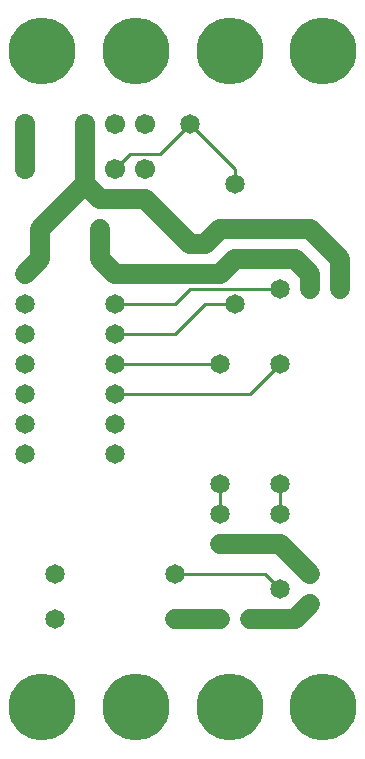
<source format=gbl>
%MOIN*%
%FSLAX25Y25*%
G04 D10 used for Character Trace; *
G04     Circle (OD=.01000) (No hole)*
G04 D11 used for Power Trace; *
G04     Circle (OD=.06700) (No hole)*
G04 D12 used for Signal Trace; *
G04     Circle (OD=.01100) (No hole)*
G04 D13 used for Via; *
G04     Circle (OD=.05800) (Round. Hole ID=.02800)*
G04 D14 used for Component hole; *
G04     Circle (OD=.06500) (Round. Hole ID=.03500)*
G04 D15 used for Component hole; *
G04     Circle (OD=.06700) (Round. Hole ID=.04300)*
G04 D16 used for Component hole; *
G04     Circle (OD=.08100) (Round. Hole ID=.05100)*
G04 D17 used for Component hole; *
G04     Circle (OD=.08900) (Round. Hole ID=.05900)*
G04 D18 used for Component hole; *
G04     Circle (OD=.11300) (Round. Hole ID=.08300)*
G04 D19 used for Component hole; *
G04     Circle (OD=.16000) (Round. Hole ID=.13000)*
G04 D20 used for Component hole; *
G04     Circle (OD=.18300) (Round. Hole ID=.15300)*
G04 D21 used for Component hole; *
G04     Circle (OD=.22291) (Round. Hole ID=.19291)*
%ADD10C,.01000*%
%ADD11C,.06700*%
%ADD12C,.01100*%
%ADD13C,.05800*%
%ADD14C,.06500*%
%ADD15C,.06700*%
%ADD16C,.08100*%
%ADD17C,.08900*%
%ADD18C,.11300*%
%ADD19C,.16000*%
%ADD20C,.18300*%
%ADD21C,.22291*%
%IPPOS*%
%LPD*%
G90*X0Y0D02*D21*X15625Y15625D03*D14*              
X20000Y45000D03*D21*X46875Y15625D03*D14*          
X60000Y60000D03*D12*X90000D01*X95000Y55000D01*D14*
D03*X85000Y45000D03*D11*X100000D01*               
X105000Y50000D01*D14*D03*Y60000D03*D11*           
X95000Y70000D01*D14*D03*D11*X75000D01*D14*D03*    
Y80000D03*D12*Y90000D01*D14*D03*X95000Y80000D03*  
D12*Y90000D01*D14*D03*D12*X40000Y120000D02*       
X85000D01*D14*X40000D03*Y130000D03*D12*X75000D01* 
D14*D03*D12*X85000Y120000D02*X95000Y130000D01*D14*
D03*X80000Y150000D03*D12*X70000D01*               
X60000Y140000D01*X40000D01*D14*D03*Y150000D03*D12*
X60000D01*X65000Y155000D01*X95000D01*D14*D03*D11* 
X105000Y160000D02*X100000Y165000D01*              
X105000Y155000D02*Y160000D01*D14*Y155000D03*D11*  
X115000D02*Y165000D01*D14*Y155000D03*D11*         
Y165000D02*X105000Y175000D01*X75000D01*           
X70000Y170000D01*X65000D01*D14*D03*D11*           
X50000Y185000D01*X35000D01*X30000Y190000D01*      
X15000Y175000D01*D14*D03*D11*Y165000D01*          
X10000Y160000D01*D14*D03*Y150000D03*Y140000D03*   
D11*X40000Y160000D02*X35000Y165000D01*D14*        
X40000Y160000D03*D11*X75000D01*X80000Y165000D01*  
X100000D01*D14*X80000Y190000D03*D12*Y195000D01*   
X65000Y210000D01*D14*D03*D12*X55000Y200000D01*    
X45000D01*X40000Y195000D01*D15*D03*X50000D03*     
X30000D03*D11*Y190000D01*Y195000D02*Y210000D01*   
D15*D03*X40000D03*X50000D03*X10000D03*D11*        
Y195000D01*D15*D03*D14*X35000Y175000D03*D11*      
Y165000D01*D14*X10000Y130000D03*Y120000D03*       
Y110000D03*X40000D03*X10000Y100000D03*X40000D03*  
D21*X78125Y234375D03*X46875D03*X15625D03*         
X109375D03*D14*X20000Y60000D03*X60000Y45000D03*   
D11*X75000D01*D14*D03*D21*X78125Y15625D03*        
X109375D03*M02*                                   

</source>
